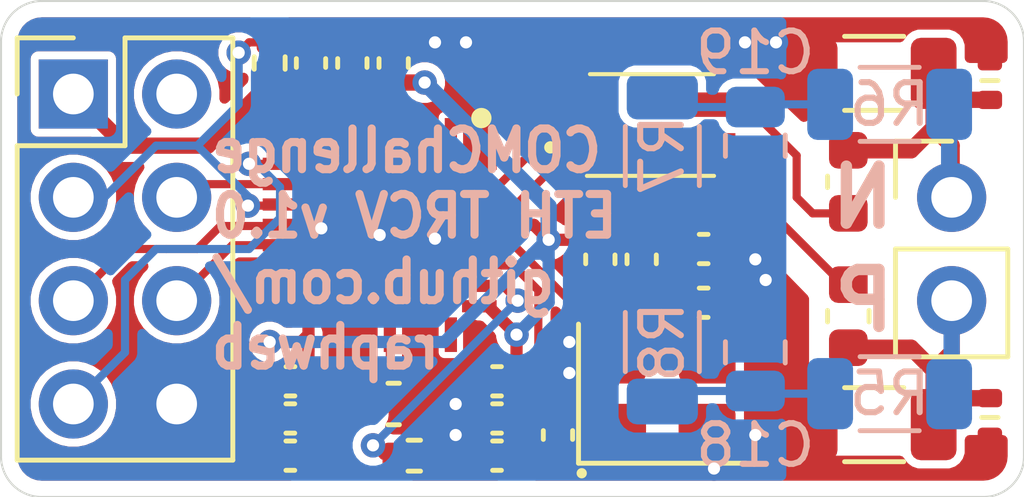
<source format=kicad_pcb>
(kicad_pcb (version 20241229) (generator "pcbnew") (generator_version "9.0")
  (title_block (title "ETHBoard") (date "2026-01-21") (rev "1.0") (company "RaphWeb"))
  (layers (0 "F.Cu" signal) (2 "B.Cu" signal) (13 "F.Paste" user) (15 "B.Paste" user) (5 "F.SilkS" user "F.Silkscreen") (7 "B.SilkS" user "B.Silkscreen") (1 "F.Mask" user) (3 "B.Mask" user) (25 "Edge.Cuts" user))
  (net 0 "")
  (net 1 "Net-(U1-CCOMP)")
  (net 2 "GND")
  (net 3 "Net-(U1-XTI)")
  (net 4 "Net-(U1-XTO)")
  (net 5 "3V3")
  (net 6 "/T1S_d-")
  (net 7 "/T1S_d+")
  (net 8 "CS_N")
  (net 9 "MISO")
  (net 10 "SCLK")
  (net 11 "IRQ_N")
  (net 12 "MOSI")
  (net 13 "Net-(U1-RBIAS)")
  (net 14 "TRXN")
  (net 15 "TRXP")
  (net 21 "Net-(C16-Pad1)")
  (net 22 "Net-(C17-Pad1)")
  (net 23 "Net-(C18-Pad2)")
  (net 24 "Net-(C19-Pad2)")
  (footprint "Capacitor_SMD:C_0402_1005Metric" (layer "F.Cu") (at 88.392 57.15 -90)
    (property "Reference" "C4" (hide yes))
    (property "Value" "10nF" (hide yes))
    (fp_line (start -0.107836 0.36) (end 0.107836 0.36) (stroke (width 0.12)) (layer "F.SilkS"))
    (fp_line (start -0.107836 -0.36) (end 0.107836 -0.36) (stroke (width 0.12)) (layer "F.SilkS"))
    (pad "1" smd roundrect (at -0.48 0 270) (size 0.56 0.62) (layers "F.Cu" "F.Mask" "F.Paste") (net 5 "3V3"))
    (pad "2" smd roundrect (at 0.48 0 270) (size 0.56 0.62) (layers "F.Cu" "F.Mask" "F.Paste") (net 2 "GND"))
  )
  (footprint "Capacitor_SMD:C_0402_1005Metric" (layer "F.Cu") (at 90.932 56.896)
    (property "Reference" "C6" (hide yes))
    (property "Value" "10uF" (hide yes))
    (fp_line (start -0.107836 -0.36) (end 0.107836 -0.36) (stroke (width 0.12)) (layer "F.SilkS"))
    (fp_line (start -0.107836 0.36) (end 0.107836 0.36) (stroke (width 0.12)) (layer "F.SilkS"))
    (pad "1" smd roundrect (at -0.48 0) (size 0.56 0.62) (layers "F.Cu" "F.Mask" "F.Paste") (net 5 "3V3"))
    (pad "2" smd roundrect (at 0.48 0) (size 0.56 0.62) (layers "F.Cu" "F.Mask" "F.Paste") (net 2 "GND"))
  )
  (footprint "Capacitor_SMD:C_0402_1005Metric" (layer "F.Cu") (at 81.28 52.324 90)
    (property "Reference" "C8" (hide yes))
    (property "Value" "100nF" (hide yes))
    (fp_line (start -0.107836 -0.36) (end 0.107836 -0.36) (stroke (width 0.12)) (layer "F.SilkS"))
    (fp_line (start -0.107836 0.36) (end 0.107836 0.36) (stroke (width 0.12)) (layer "F.SilkS"))
    (pad "1" smd roundrect (at -0.48 0 90) (size 0.56 0.62) (layers "F.Cu" "F.Mask" "F.Paste") (net 5 "3V3"))
    (pad "2" smd roundrect (at 0.48 0 90) (size 0.56 0.62) (layers "F.Cu" "F.Mask" "F.Paste") (net 2 "GND"))
  )
  (footprint "Capacitor_SMD:C_0603_1608Metric" (layer "F.Cu") (at 94.488 55.245 90)
    (property "Reference" "C16" (hide yes))
    (property "Value" "100nF" (hide yes))
    (fp_line (start -0.14058 -0.51) (end 0.14058 -0.51) (stroke (width 0.12)) (layer "F.SilkS"))
    (fp_line (start -0.14058 0.51) (end 0.14058 0.51) (stroke (width 0.12)) (layer "F.SilkS"))
    (pad "1" smd roundrect (at -0.775 0 90) (size 0.9 0.95) (layers "F.Cu" "F.Mask" "F.Paste") (net 21 "Net-(C16-Pad1)"))
    (pad "2" smd roundrect (at 0.775 0 90) (size 0.9 0.95) (layers "F.Cu" "F.Mask" "F.Paste") (net 6 "/T1S_d-"))
  )
  (footprint "LIB_AVRH10C221KT1R5YA8:RESC1005X55N" (layer "F.Cu") (at 97.9678 61.0362 -90)
    (property "Reference" "RV1" (hide yes))
    (property "Value" "AVRH10C221KT1R5YA8" (hide yes))
    (fp_line (start 0 -0.2) (end 0 0.2) (stroke (width 0.12)) (layer "F.SilkS"))
    (pad "1" smd roundrect (at -0.475 0 270) (size 0.45 0.6) (layers "F.Cu" "F.Mask" "F.Paste") (net 7 "/T1S_d+"))
    (pad "2" smd roundrect (at 0.475 0 270) (size 0.45 0.6) (layers "F.Cu" "F.Mask" "F.Paste") (net 2 "GND"))
  )
  (footprint "Capacitor_SMD:C_0603_1608Metric" (layer "F.Cu") (at 94.488 58.547 -90)
    (property "Reference" "C17" (hide yes))
    (property "Value" "100nF" (hide yes))
    (fp_line (start -0.14058 0.51) (end 0.14058 0.51) (stroke (width 0.12)) (layer "F.SilkS"))
    (fp_line (start -0.14058 -0.51) (end 0.14058 -0.51) (stroke (width 0.12)) (layer "F.SilkS"))
    (pad "1" smd roundrect (at -0.775 0 270) (size 0.9 0.95) (layers "F.Cu" "F.Mask" "F.Paste") (net 22 "Net-(C17-Pad1)"))
    (pad "2" smd roundrect (at 0.775 0 270) (size 0.9 0.95) (layers "F.Cu" "F.Mask" "F.Paste") (net 7 "/T1S_d+"))
  )
  (footprint "Capacitor_SMD:C_0603_1608Metric" (layer "F.Cu") (at 83.312 60.706)
    (property "Reference" "C1" (hide yes))
    (property "Value" "4.7uF" (hide yes))
    (fp_line (start -0.14058 -0.51) (end 0.14058 -0.51) (stroke (width 0.12)) (layer "F.SilkS"))
    (fp_line (start -0.14058 0.51) (end 0.14058 0.51) (stroke (width 0.12)) (layer "F.SilkS"))
    (pad "1" smd roundrect (at -0.775 0) (size 0.9 0.95) (layers "F.Cu" "F.Mask" "F.Paste") (net 1 "Net-(U1-CCOMP)"))
    (pad "2" smd roundrect (at 0.775 0) (size 0.9 0.95) (layers "F.Cu" "F.Mask" "F.Paste") (net 2 "GND"))
  )
  (footprint "LIB_LAN8651B1-E_LMX:QFN50P500X500X100-33N-D" (layer "F.Cu") (at 82.968 56.552 -90)
    (property "Reference" "U1" (hide yes))
    (property "Value" "LAN8651B1-E_LMX" (hide yes))
    (fp_circle (center -2.875 -2.5) (end -2.875 -2.375) (stroke (width 0.25)) (fill no) (layer "F.SilkS"))
    (pad "1" smd rect (at -2.45 -1.75) (size 0.3 0.85) (layers "F.Cu" "F.Mask" "F.Paste"))
    (pad "2" smd rect (at -2.45 -1.25) (size 0.3 0.85) (layers "F.Cu" "F.Mask" "F.Paste") (net 2 "GND"))
    (pad "3" smd rect (at -2.45 -0.75) (size 0.3 0.85) (layers "F.Cu" "F.Mask" "F.Paste") (net 2 "GND"))
    (pad "4" smd rect (at -2.45 -0.25) (size 0.3 0.85) (layers "F.Cu" "F.Mask" "F.Paste") (net 5 "3V3"))
    (pad "5" smd rect (at -2.45 0.25) (size 0.3 0.85) (layers "F.Cu" "F.Mask" "F.Paste") (net 2 "GND"))
    (pad "6" smd rect (at -2.45 0.75) (size 0.3 0.85) (layers "F.Cu" "F.Mask" "F.Paste"))
    (pad "7" smd rect (at -2.45 1.25) (size 0.3 0.85) (layers "F.Cu" "F.Mask" "F.Paste") (net 5 "3V3"))
    (pad "8" smd rect (at -2.45 1.75) (size 0.3 0.85) (layers "F.Cu" "F.Mask" "F.Paste") (net 5 "3V3"))
    (pad "9" smd rect (at -1.75 2.45 270) (size 0.3 0.85) (layers "F.Cu" "F.Mask" "F.Paste") (net 11 "IRQ_N"))
    (pad "10" smd rect (at -1.25 2.45 270) (size 0.3 0.85) (layers "F.Cu" "F.Mask" "F.Paste") (net 9 "MISO"))
    (pad "11" smd rect (at -0.75 2.45 270) (size 0.3 0.85) (layers "F.Cu" "F.Mask" "F.Paste") (net 8 "CS_N"))
    (pad "12" smd rect (at -0.25 2.45 270) (size 0.3 0.85) (layers "F.Cu" "F.Mask" "F.Paste") (net 10 "SCLK"))
    (pad "13" smd rect (at 0.25 2.45 270) (size 0.3 0.85) (layers "F.Cu" "F.Mask" "F.Paste") (net 12 "MOSI"))
    (pad "14" smd rect (at 0.75 2.45 270) (size 0.3 0.85) (layers "F.Cu" "F.Mask" "F.Paste") (net 2 "GND"))
    (pad "15" smd rect (at 1.25 2.45 270) (size 0.3 0.85) (layers "F.Cu" "F.Mask" "F.Paste"))
    (pad "16" smd rect (at 1.75 2.45 270) (size 0.3 0.85) (layers "F.Cu" "F.Mask" "F.Paste") (net 2 "GND"))
    (pad "17" smd rect (at 2.45 1.75) (size 0.3 0.85) (layers "F.Cu" "F.Mask" "F.Paste") (net 5 "3V3"))
    (pad "18" smd rect (at 2.45 1.25) (size 0.3 0.85) (layers "F.Cu" "F.Mask" "F.Paste") (net 2 "GND"))
    (pad "19" smd rect (at 2.45 0.75) (size 0.3 0.85) (layers "F.Cu" "F.Mask" "F.Paste") (net 2 "GND"))
    (pad "20" smd rect (at 2.45 0.25) (size 0.3 0.85) (layers "F.Cu" "F.Mask" "F.Paste") (net 2 "GND"))
    (pad "21" smd rect (at 2.45 -0.25) (size 0.3 0.85) (layers "F.Cu" "F.Mask" "F.Paste") (net 1 "Net-(U1-CCOMP)"))
    (pad "22" smd rect (at 2.45 -0.75) (size 0.3 0.85) (layers "F.Cu" "F.Mask" "F.Paste") (net 2 "GND"))
    (pad "23" smd rect (at 2.45 -1.25) (size 0.3 0.85) (layers "F.Cu" "F.Mask" "F.Paste") (net 2 "GND"))
    (pad "24" smd rect (at 2.45 -1.75) (size 0.3 0.85) (layers "F.Cu" "F.Mask" "F.Paste"))
    (pad "25" smd rect (at 1.75 -2.45 270) (size 0.3 0.85) (layers "F.Cu" "F.Mask" "F.Paste") (net 5 "3V3"))
    (pad "26" smd rect (at 1.25 -2.45 270) (size 0.3 0.85) (layers "F.Cu" "F.Mask" "F.Paste") (net 13 "Net-(U1-RBIAS)"))
    (pad "27" smd rect (at 0.75 -2.45 270) (size 0.3 0.85) (layers "F.Cu" "F.Mask" "F.Paste") (net 3 "Net-(U1-XTI)"))
    (pad "28" smd rect (at 0.25 -2.45 270) (size 0.3 0.85) (layers "F.Cu" "F.Mask" "F.Paste") (net 4 "Net-(U1-XTO)"))
    (pad "29" smd rect (at -0.25 -2.45 270) (size 0.3 0.85) (layers "F.Cu" "F.Mask" "F.Paste") (net 5 "3V3"))
    (pad "30" smd rect (at -0.75 -2.45 270) (size 0.3 0.85) (layers "F.Cu" "F.Mask" "F.Paste") (net 15 "TRXP"))
    (pad "31" smd rect (at -1.25 -2.45 270) (size 0.3 0.85) (layers "F.Cu" "F.Mask" "F.Paste") (net 14 "TRXN"))
    (pad "32" smd rect (at -1.75 -2.45 270) (size 0.3 0.85) (layers "F.Cu" "F.Mask" "F.Paste") (net 2 "GND"))
    (pad "33" smd rect (at 0 0 270) (size 3.5 3.5) (layers "F.Cu" "F.Mask" "F.Paste") (net 2 "GND"))
  )
  (footprint "Capacitor_SMD:C_0402_1005Metric" (layer "F.Cu") (at 90.932 58.2168)
    (property "Reference" "C3" (hide yes))
    (property "Value" "10pF" (hide yes))
    (fp_line (start -0.107836 -0.36) (end 0.107836 -0.36) (stroke (width 0.12)) (layer "F.SilkS"))
    (fp_line (start -0.107836 0.36) (end 0.107836 0.36) (stroke (width 0.12)) (layer "F.SilkS"))
    (pad "1" smd roundrect (at -0.48 0) (size 0.56 0.62) (layers "F.Cu" "F.Mask" "F.Paste") (net 4 "Net-(U1-XTO)"))
    (pad "2" smd roundrect (at 0.48 0) (size 0.56 0.62) (layers "F.Cu" "F.Mask" "F.Paste") (net 2 "GND"))
  )
  (footprint "Capacitor_SMD:C_0402_1005Metric" (layer "F.Cu") (at 87.3506 61.468 90)
    (property "Reference" "C2" (hide yes))
    (property "Value" "10pF" (hide yes))
    (fp_line (start -0.107836 -0.36) (end 0.107836 -0.36) (stroke (width 0.12)) (layer "F.SilkS"))
    (fp_line (start -0.107836 0.36) (end 0.107836 0.36) (stroke (width 0.12)) (layer "F.SilkS"))
    (pad "1" smd roundrect (at -0.48 0 90) (size 0.56 0.62) (layers "F.Cu" "F.Mask" "F.Paste") (net 2 "GND"))
    (pad "2" smd roundrect (at 0.48 0 90) (size 0.56 0.62) (layers "F.Cu" "F.Mask" "F.Paste") (net 3 "Net-(U1-XTI)"))
  )
  (footprint "Resistor_SMD:R_1206_3216Metric" (layer "F.Cu") (at 95.123 52.578)
    (property "Reference" "R4" (hide yes))
    (property "Value" "10kΩ" (hide yes))
    (fp_line (start -0.727064 -0.91) (end 0.727064 -0.91) (stroke (width 0.12)) (layer "F.SilkS"))
    (fp_line (start -0.727064 0.91) (end 0.727064 0.91) (stroke (width 0.12)) (layer "F.SilkS"))
    (pad "1" smd roundrect (at -1.4625 0) (size 1.125 1.75) (layers "F.Cu" "F.Mask" "F.Paste") (roundrect_rratio 0.222222) (net 2 "GND"))
    (pad "2" smd roundrect (at 1.4625 0) (size 1.125 1.75) (layers "F.Cu" "F.Mask" "F.Paste") (roundrect_rratio 0.222222) (net 6 "/T1S_d-"))
  )
  (footprint "Capacitor_SMD:C_0402_1005Metric" (layer "F.Cu") (at 80.772 61.0616 180)
    (property "Reference" "C11" (hide yes))
    (property "Value" "100nF" (hide yes))
    (fp_line (start -0.107836 0.36) (end 0.107836 0.36) (stroke (width 0.12)) (layer "F.SilkS"))
    (fp_line (start -0.107836 -0.36) (end 0.107836 -0.36) (stroke (width 0.12)) (layer "F.SilkS"))
    (pad "1" smd roundrect (at -0.48 0 180) (size 0.56 0.62) (layers "F.Cu" "F.Mask" "F.Paste") (net 5 "3V3"))
    (pad "2" smd roundrect (at 0.48 0 180) (size 0.56 0.62) (layers "F.Cu" "F.Mask" "F.Paste") (net 2 "GND"))
  )
  (footprint "Capacitor_SMD:C_0402_1005Metric" (layer "F.Cu") (at 89.408 57.15 -90)
    (property "Reference" "C5" (hide yes))
    (property "Value" "100nF" (hide yes))
    (fp_line (start -0.107836 0.36) (end 0.107836 0.36) (stroke (width 0.12)) (layer "F.SilkS"))
    (fp_line (start -0.107836 -0.36) (end 0.107836 -0.36) (stroke (width 0.12)) (layer "F.SilkS"))
    (pad "1" smd roundrect (at -0.48 0 270) (size 0.56 0.62) (layers "F.Cu" "F.Mask" "F.Paste") (net 5 "3V3"))
    (pad "2" smd roundrect (at 0.48 0 270) (size 0.56 0.62) (layers "F.Cu" "F.Mask" "F.Paste") (net 2 "GND"))
  )
  (footprint "Resistor_SMD:R_1206_3216Metric" (layer "F.Cu") (at 95.123 61.214 180)
    (property "Reference" "R3" (hide yes))
    (property "Value" "10kΩ" (hide yes))
    (fp_line (start -0.727064 0.91) (end 0.727064 0.91) (stroke (width 0.12)) (layer "F.SilkS"))
    (fp_line (start -0.727064 -0.91) (end 0.727064 -0.91) (stroke (width 0.12)) (layer "F.SilkS"))
    (pad "1" smd roundrect (at -1.4625 0 180) (size 1.125 1.75) (layers "F.Cu" "F.Mask" "F.Paste") (roundrect_rratio 0.222222) (net 7 "/T1S_d+"))
    (pad "2" smd roundrect (at 1.4625 0 180) (size 1.125 1.75) (layers "F.Cu" "F.Mask" "F.Paste") (roundrect_rratio 0.222222) (net 2 "GND"))
  )
  (footprint "Resistor_SMD:R_0402_1005Metric" (layer "F.Cu") (at 83.818 61.976)
    (property "Reference" "R1" (hide yes))
    (property "Value" "12.4kΩ" (hide yes))
    (fp_line (start -0.153641 -0.38) (end 0.153641 -0.38) (stroke (width 0.12)) (layer "F.SilkS"))
    (fp_line (start -0.153641 0.38) (end 0.153641 0.38) (stroke (width 0.12)) (layer "F.SilkS"))
    (pad "1" smd roundrect (at -0.51 0) (size 0.54 0.64) (layers "F.Cu" "F.Mask" "F.Paste") (net 13 "Net-(U1-RBIAS)"))
    (pad "2" smd roundrect (at 0.51 0) (size 0.54 0.64) (layers "F.Cu" "F.Mask" "F.Paste") (net 2 "GND"))
  )
  (footprint "Crystal:Crystal_SMD_3225-4Pin_3.2x2.5mm" (layer "F.Cu") (at 89.916 60.452)
    (property "Reference" "Y1" (hide yes))
    (property "Value" "X322525MOB4SI" (hide yes))
    (fp_line (start -2.06 -1.71) (end -2.06 1.71) (stroke (width 0.12)) (layer "F.SilkS"))
    (fp_line (start -2.06 1.71) (end 2.06 1.71) (stroke (width 0.12)) (layer "F.SilkS"))
    (pad "1" smd roundrect (at -1.1 0.85) (size 1.4 1.2) (layers "F.Cu" "F.Mask" "F.Paste") (roundrect_rratio 0.208333) (net 3 "Net-(U1-XTI)"))
    (pad "2" smd roundrect (at 1.1 0.85) (size 1.4 1.2) (layers "F.Cu" "F.Mask" "F.Paste") (roundrect_rratio 0.208333) (net 2 "GND"))
    (pad "3" smd roundrect (at 1.1 -0.85) (size 1.4 1.2) (layers "F.Cu" "F.Mask" "F.Paste") (roundrect_rratio 0.208333) (net 4 "Net-(U1-XTO)"))
    (pad "4" smd roundrect (at -1.1 -0.85) (size 1.4 1.2) (layers "F.Cu" "F.Mask" "F.Paste") (roundrect_rratio 0.208333) (net 2 "GND"))
  )
  (footprint "Capacitor_SMD:C_0402_1005Metric" (layer "F.Cu") (at 85.852 60.1472 180)
    (property "Reference" "C13" (hide yes))
    (property "Value" "10nF" (hide yes))
    (fp_line (start -0.107836 0.36) (end 0.107836 0.36) (stroke (width 0.12)) (layer "F.SilkS"))
    (fp_line (start -0.107836 -0.36) (end 0.107836 -0.36) (stroke (width 0.12)) (layer "F.SilkS"))
    (pad "1" smd roundrect (at -0.48 0 180) (size 0.56 0.62) (layers "F.Cu" "F.Mask" "F.Paste") (net 5 "3V3"))
    (pad "2" smd roundrect (at 0.48 0 180) (size 0.56 0.62) (layers "F.Cu" "F.Mask" "F.Paste") (net 2 "GND"))
  )
  (footprint "Capacitor_SMD:C_0402_1005Metric" (layer "F.Cu") (at 83.312 52.324 90)
    (property "Reference" "C9" (hide yes))
    (property "Value" "10uF" (hide yes))
    (fp_line (start -0.107836 -0.36) (end 0.107836 -0.36) (stroke (width 0.12)) (layer "F.SilkS"))
    (fp_line (start -0.107836 0.36) (end 0.107836 0.36) (stroke (width 0.12)) (layer "F.SilkS"))
    (pad "1" smd roundrect (at -0.48 0 90) (size 0.56 0.62) (layers "F.Cu" "F.Mask" "F.Paste") (net 5 "3V3"))
    (pad "2" smd roundrect (at 0.48 0 90) (size 0.56 0.62) (layers "F.Cu" "F.Mask" "F.Paste") (net 2 "GND"))
  )
  (footprint "LIB_AVRH10C221KT1R5YA8:RESC1005X55N" (layer "F.Cu") (at 97.9678 52.7558 90)
    (property "Reference" "RV2" (hide yes))
    (property "Value" "AVRH10C221KT1R5YA8" (hide yes))
    (fp_line (start 0 -0.2) (end 0 0.2) (stroke (width 0.12)) (layer "F.SilkS"))
    (pad "1" smd roundrect (at -0.475 0 90) (size 0.45 0.6) (layers "F.Cu" "F.Mask" "F.Paste") (net 6 "/T1S_d-"))
    (pad "2" smd roundrect (at 0.475 0 90) (size 0.45 0.6) (layers "F.Cu" "F.Mask" "F.Paste") (net 2 "GND"))
  )
  (footprint "Capacitor_SMD:C_0402_1005Metric" (layer "F.Cu") (at 80.772 61.976 180)
    (property "Reference" "C12" (hide yes))
    (property "Value" "10uF" (hide yes))
    (fp_line (start -0.107836 0.36) (end 0.107836 0.36) (stroke (width 0.12)) (layer "F.SilkS"))
    (fp_line (start -0.107836 -0.36) (end 0.107836 -0.36) (stroke (width 0.12)) (layer "F.SilkS"))
    (pad "1" smd roundrect (at -0.48 0 180) (size 0.56 0.62) (layers "F.Cu" "F.Mask" "F.Paste") (net 5 "3V3"))
    (pad "2" smd roundrect (at 0.48 0 180) (size 0.56 0.62) (layers "F.Cu" "F.Mask" "F.Paste") (net 2 "GND"))
  )
  (footprint "LIB_DLW32MH201XK2L:DLW32MH101XK2L" (layer "F.Cu") (at 89.662 53.848 180)
    (property "Reference" "FL1" (hide yes))
    (property "Value" "DLW32MH201XK2L" (hide yes))
    (fp_line (start 1.6 -1.25) (end -1.525 -1.25) (stroke (width 0.1)) (layer "F.SilkS"))
    (fp_line (start 1.525 1.25) (end -1.525 1.25) (stroke (width 0.1)) (layer "F.SilkS"))
    (fp_arc (start 2.5 -0.5) (mid 2.45 -0.55) (end 2.5 -0.6) (stroke (width 0.2)) (layer "F.SilkS"))
    (fp_arc (start 2.5 -0.6) (mid 2.55 -0.55) (end 2.5 -0.5) (stroke (width 0.2)) (layer "F.SilkS"))
    (pad "1" smd rect (at 1.525 -0.5 270) (size 0.6 1.05) (layers "F.Cu" "F.Mask" "F.Paste") (net 15 "TRXP"))
    (pad "2" smd rect (at -1.525 -0.5 270) (size 0.6 1.05) (layers "F.Cu" "F.Mask" "F.Paste") (net 22 "Net-(C17-Pad1)"))
    (pad "3" smd rect (at -1.525 0.5 270) (size 0.6 1.05) (layers "F.Cu" "F.Mask" "F.Paste") (net 21 "Net-(C16-Pad1)"))
    (pad "4" smd rect (at 1.525 0.5 270) (size 0.6 1.05) (layers "F.Cu" "F.Mask" "F.Paste") (net 14 "TRXN"))
  )
  (footprint "Capacitor_SMD:C_0402_1005Metric" (layer "F.Cu") (at 82.296 52.324 90)
    (property "Reference" "C7" (hide yes))
    (property "Value" "10nF" (hide yes))
    (fp_line (start -0.107836 -0.36) (end 0.107836 -0.36) (stroke (width 0.12)) (layer "F.SilkS"))
    (fp_line (start -0.107836 0.36) (end 0.107836 0.36) (stroke (width 0.12)) (layer "F.SilkS"))
    (pad "1" smd roundrect (at -0.48 0 90) (size 0.56 0.62) (layers "F.Cu" "F.Mask" "F.Paste") (net 5 "3V3"))
    (pad "2" smd roundrect (at 0.48 0 90) (size 0.56 0.62) (layers "F.Cu" "F.Mask" "F.Paste") (net 2 "GND"))
  )
  (footprint "Capacitor_SMD:C_0402_1005Metric" (layer "F.Cu") (at 85.852 61.976 180)
    (property "Reference" "C15" (hide yes))
    (property "Value" "10uF" (hide yes))
    (fp_line (start -0.107836 0.36) (end 0.107836 0.36) (stroke (width 0.12)) (layer "F.SilkS"))
    (fp_line (start -0.107836 -0.36) (end 0.107836 -0.36) (stroke (width 0.12)) (layer "F.SilkS"))
    (pad "1" smd roundrect (at -0.48 0 180) (size 0.56 0.62) (layers "F.Cu" "F.Mask" "F.Paste") (net 5 "3V3"))
    (pad "2" smd roundrect (at 0.48 0 180) (size 0.56 0.62) (layers "F.Cu" "F.Mask" "F.Paste") (net 2 "GND"))
  )
  (footprint "Connector_PinHeader_2.54mm:PinHeader_2x04_P2.54mm_Vertical" (layer "F.Cu") (at 75.438 53.086)
    (property "Reference" "J1" (hide yes))
    (property "Value" "Conn_02x04_Odd_Even" (hide yes))
    (fp_line (start -1.38 -1.38) (end 0 -1.38) (stroke (width 0.12)) (layer "F.SilkS"))
    (fp_line (start -1.38 0) (end -1.38 -1.38) (stroke (width 0.12)) (layer "F.SilkS"))
    (fp_line (start -1.38 1.27) (end -1.38 9) (stroke (width 0.12)) (layer "F.SilkS"))
    (fp_line (start -1.38 1.27) (end 1.27 1.27) (stroke (width 0.12)) (layer "F.SilkS"))
    (fp_line (start -1.38 9) (end 3.92 9) (stroke (width 0.12)) (layer "F.SilkS"))
    (fp_line (start 1.27 -1.38) (end 3.92 -1.38) (stroke (width 0.12)) (layer "F.SilkS"))
    (fp_line (start 1.27 1.27) (end 1.27 -1.38) (stroke (width 0.12)) (layer "F.SilkS"))
    (fp_line (start 3.92 -1.38) (end 3.92 9) (stroke (width 0.12)) (layer "F.SilkS"))
    (pad "1" thru_hole rect (at 0 0) (size 1.7 1.7) (drill 1) (layers "*.Cu" "*.Mask") (net 5 "3V3"))
    (pad "2" thru_hole circle (at 2.54 0) (size 1.7 1.7) (drill 1) (layers "*.Cu" "*.Mask"))
    (pad "3" thru_hole circle (at 0 2.54) (size 1.7 1.7) (drill 1) (layers "*.Cu" "*.Mask") (net 8 "CS_N"))
    (pad "4" thru_hole circle (at 2.54 2.54) (size 1.7 1.7) (drill 1) (layers "*.Cu" "*.Mask") (net 9 "MISO"))
    (pad "5" thru_hole circle (at 0 5.08) (size 1.7 1.7) (drill 1) (layers "*.Cu" "*.Mask") (net 10 "SCLK"))
    (pad "6" thru_hole circle (at 2.54 5.08) (size 1.7 1.7) (drill 1) (layers "*.Cu" "*.Mask") (net 12 "MOSI"))
    (pad "7" thru_hole circle (at 0 7.62) (size 1.7 1.7) (drill 1) (layers "*.Cu" "*.Mask") (net 11 "IRQ_N"))
    (pad "8" thru_hole circle (at 2.54 7.62) (size 1.7 1.7) (drill 1) (layers "*.Cu" "*.Mask") (net 2 "GND"))
  )
  (footprint "Resistor_SMD:R_0402_1005Metric" (layer "F.Cu") (at 80.264 52.324 -90)
    (property "Reference" "R2" (hide yes))
    (property "Value" "10kΩ" (hide yes))
    (fp_line (start -0.153641 0.38) (end 0.153641 0.38) (stroke (width 0.12)) (layer "F.SilkS"))
    (fp_line (start -0.153641 -0.38) (end 0.153641 -0.38) (stroke (width 0.12)) (layer "F.SilkS"))
    (pad "1" smd roundrect (at -0.51 0 270) (size 0.54 0.64) (layers "F.Cu" "F.Mask" "F.Paste") (net 8 "CS_N"))
    (pad "2" smd roundrect (at 0.51 0 270) (size 0.54 0.64) (layers "F.Cu" "F.Mask" "F.Paste") (net 5 "3V3"))
  )
  (footprint "Capacitor_SMD:C_0402_1005Metric" (layer "F.Cu") (at 85.852 61.0616 180)
    (property "Reference" "C14" (hide yes))
    (property "Value" "100nF" (hide yes))
    (fp_line (start -0.107836 0.36) (end 0.107836 0.36) (stroke (width 0.12)) (layer "F.SilkS"))
    (fp_line (start -0.107836 -0.36) (end 0.107836 -0.36) (stroke (width 0.12)) (layer "F.SilkS"))
    (pad "1" smd roundrect (at -0.48 0 180) (size 0.56 0.62) (layers "F.Cu" "F.Mask" "F.Paste") (net 5 "3V3"))
    (pad "2" smd roundrect (at 0.48 0 180) (size 0.56 0.62) (layers "F.Cu" "F.Mask" "F.Paste") (net 2 "GND"))
  )
  (footprint "Connector_PinHeader_2.54mm:PinHeader_1x02_P2.54mm_Vertical" (layer "F.Cu") (at 97.028 55.626)
    (property "Reference" "J2" (hide yes))
    (property "Value" "Conn_01x02_Pin" (hide yes))
    (fp_line (start -1.38 -1.38) (end 0 -1.38) (stroke (width 0.12)) (layer "F.SilkS"))
    (fp_line (start -1.38 0) (end -1.38 -1.38) (stroke (width 0.12)) (layer "F.SilkS"))
    (fp_line (start -1.38 1.27) (end -1.38 3.92) (stroke (width 0.12)) (layer "F.SilkS"))
    (fp_line (start -1.38 1.27) (end 1.38 1.27) (stroke (width 0.12)) (layer "F.SilkS"))
    (fp_line (start -1.38 3.92) (end 1.38 3.92) (stroke (width 0.12)) (layer "F.SilkS"))
    (fp_line (start 1.38 1.27) (end 1.38 3.92) (stroke (width 0.12)) (layer "F.SilkS"))
    (pad "1" thru_hole oval (at 0 0) (size 1.7 1.7) (drill 1) (layers "*.Cu" "*.Mask") (net 6 "/T1S_d-"))
    (pad "2" thru_hole circle (at 0 2.54) (size 1.7 1.7) (drill 1) (layers "*.Cu" "*.Mask") (net 7 "/T1S_d+"))
  )
  (footprint "Capacitor_SMD:C_0402_1005Metric" (layer "F.Cu") (at 80.7746 60.1472 180)
    (property "Reference" "C10" (hide yes))
    (property "Value" "10nF" (hide yes))
    (fp_line (start -0.107836 0.36) (end 0.107836 0.36) (stroke (width 0.12)) (layer "F.SilkS"))
    (fp_line (start -0.107836 -0.36) (end 0.107836 -0.36) (stroke (width 0.12)) (layer "F.SilkS"))
    (pad "1" smd roundrect (at -0.48 0 180) (size 0.56 0.62) (layers "F.Cu" "F.Mask" "F.Paste") (net 5 "3V3"))
    (pad "2" smd roundrect (at 0.48 0 180) (size 0.56 0.62) (layers "F.Cu" "F.Mask" "F.Paste") (net 2 "GND"))
  )
  (footprint "Capacitor_SMD:C_0805_2012Metric" (layer "B.Cu") (at 92.202 54.356 90)
    (property "Reference" "C19" (at 2.286 0 0) (layer "B.SilkS") (effects (justify mirror)))
    (property "Value" "220nF" (hide yes))
    (fp_line (start -0.261252 -0.735) (end 0.261252 -0.735) (stroke (width 0.12)) (layer "B.SilkS"))
    (fp_line (start -0.261252 0.735) (end 0.261252 0.735) (stroke (width 0.12)) (layer "B.SilkS"))
    (pad "1" smd roundrect (at -0.95 0 90) (size 1 1.45) (layers "B.Cu" "B.Mask" "B.Paste") (net 2 "GND"))
    (pad "2" smd roundrect (at 0.95 0 90) (size 1 1.45) (layers "B.Cu" "B.Mask" "B.Paste") (net 24 "Net-(C19-Pad2)"))
  )
  (footprint "Resistor_SMD:R_1206_3216Metric" (layer "B.Cu") (at 89.916 59.182 90)
    (property "Reference" "R8" (at 0 0 90) (layer "B.SilkS") (effects (justify mirror)))
    (property "Value" "100kΩ" (hide yes))
    (fp_line (start -0.727064 -0.91) (end 0.727064 -0.91) (stroke (width 0.12)) (layer "B.SilkS"))
    (fp_line (start -0.727064 0.91) (end 0.727064 0.91) (stroke (width 0.12)) (layer "B.SilkS"))
    (pad "1" smd roundrect (at -1.4625 0 90) (size 1.125 1.75) (layers "B.Cu" "B.Mask" "B.Paste") (roundrect_rratio 0.222222) (net 23 "Net-(C18-Pad2)"))
    (pad "2" smd roundrect (at 1.4625 0 90) (size 1.125 1.75) (layers "B.Cu" "B.Mask" "B.Paste") (roundrect_rratio 0.222222) (net 2 "GND"))
  )
  (footprint "Resistor_SMD:R_1206_3216Metric" (layer "B.Cu") (at 95.504 53.34)
    (property "Reference" "R6" (at 0 0 0) (layer "B.SilkS") (effects (justify mirror)))
    (property "Value" "49.9Ω" (hide yes))
    (fp_line (start -0.727064 -0.91) (end 0.727064 -0.91) (stroke (width 0.12)) (layer "B.SilkS"))
    (fp_line (start -0.727064 0.91) (end 0.727064 0.91) (stroke (width 0.12)) (layer "B.SilkS"))
    (pad "1" smd roundrect (at -1.4625 0) (size 1.125 1.75) (layers "B.Cu" "B.Mask" "B.Paste") (roundrect_rratio 0.222222) (net 24 "Net-(C19-Pad2)"))
    (pad "2" smd roundrect (at 1.4625 0) (size 1.125 1.75) (layers "B.Cu" "B.Mask" "B.Paste") (roundrect_rratio 0.222222) (net 6 "/T1S_d-"))
  )
  (footprint "Capacitor_SMD:C_0805_2012Metric" (layer "B.Cu") (at 92.202 59.436 -90)
    (property "Reference" "C18" (at 2.286 0 0) (layer "B.SilkS") (effects (justify mirror)))
    (property "Value" "220nF" (hide yes))
    (fp_line (start -0.261252 0.735) (end 0.261252 0.735) (stroke (width 0.12)) (layer "B.SilkS"))
    (fp_line (start -0.261252 -0.735) (end 0.261252 -0.735) (stroke (width 0.12)) (layer "B.SilkS"))
    (pad "1" smd roundrect (at -0.95 0 270) (size 1 1.45) (layers "B.Cu" "B.Mask" "B.Paste") (net 2 "GND"))
    (pad "2" smd roundrect (at 0.95 0 270) (size 1 1.45) (layers "B.Cu" "B.Mask" "B.Paste") (net 23 "Net-(C18-Pad2)"))
  )
  (footprint "Resistor_SMD:R_1206_3216Metric" (layer "B.Cu") (at 89.916 54.61 90)
    (property "Reference" "R7" (at 0.0254 0 90) (layer "B.SilkS") (effects (justify mirror)))
    (property "Value" "100kΩ" (hide yes))
    (fp_line (start -0.727064 -0.91) (end 0.727064 -0.91) (stroke (width 0.12)) (layer "B.SilkS"))
    (fp_line (start -0.727064 0.91) (end 0.727064 0.91) (stroke (width 0.12)) (layer "B.SilkS"))
    (pad "1" smd roundrect (at -1.4625 0 90) (size 1.125 1.75) (layers "B.Cu" "B.Mask" "B.Paste") (roundrect_rratio 0.222222) (net 2 "GND"))
    (pad "2" smd roundrect (at 1.4625 0 90) (size 1.125 1.75) (layers "B.Cu" "B.Mask" "B.Paste") (roundrect_rratio 0.222222) (net 24 "Net-(C19-Pad2)"))
  )
  (footprint "Resistor_SMD:R_1206_3216Metric" (layer "B.Cu") (at 95.504 60.452 180)
    (property "Reference" "R5" (at 0 0 0) (layer "B.SilkS") (effects (justify mirror)))
    (property "Value" "49.9Ω" (hide yes))
    (fp_line (start -0.727064 0.91) (end 0.727064 0.91) (stroke (width 0.12)) (layer "B.SilkS"))
    (fp_line (start -0.727064 -0.91) (end 0.727064 -0.91) (stroke (width 0.12)) (layer "B.SilkS"))
    (pad "1" smd roundrect (at -1.4625 0 180) (size 1.125 1.75) (layers "B.Cu" "B.Mask" "B.Paste") (roundrect_rratio 0.222222) (net 7 "/T1S_d+"))
    (pad "2" smd roundrect (at 1.4625 0 180) (size 1.125 1.75) (layers "B.Cu" "B.Mask" "B.Paste") (roundrect_rratio 0.222222) (net 23 "Net-(C18-Pad2)"))
  )
  (gr_circle (center 87.9348 62.4078) (end 87.9348 62.3316) (stroke (width 0.1)) (fill yes) (layer "F.SilkS"))
  (gr_arc (start 97.806 50.8) (mid 98.513107 51.092893) (end 98.806 51.8) (stroke (width 0.05)) (layer "Edge.Cuts"))
  (gr_arc (start 73.66 51.8) (mid 73.952893 51.092893) (end 74.66 50.8) (stroke (width 0.05)) (layer "Edge.Cuts"))
  (gr_line (start 97.806 62.992) (end 74.66 62.992) (stroke (width 0.05)) (layer "Edge.Cuts"))
  (gr_arc (start 74.66 62.992) (mid 73.952893 62.699107) (end 73.66 61.992) (stroke (width 0.05)) (layer "Edge.Cuts"))
  (gr_line (start 98.806 51.8) (end 98.806 61.992) (stroke (width 0.05)) (layer "Edge.Cuts"))
  (gr_line (start 74.66 50.8) (end 97.806 50.8) (stroke (width 0.05)) (layer "Edge.Cuts"))
  (gr_line (start 73.66 61.992) (end 73.66 51.8) (stroke (width 0.05)) (layer "Edge.Cuts"))
  (gr_arc (start 98.806 61.992) (mid 98.513107 62.699107) (end 97.806 62.992) (stroke (width 0.05)) (layer "Edge.Cuts"))
  (gr_text "P" (at 95.758 58.166 0) (layer "B.SilkS") (effects (font (size 1.4 1.4) (thickness 0.28) (bold yes)) (justify left mirror)))
  (gr_text "N" (at 95.758 55.626 0) (layer "B.SilkS") (effects (font (size 1.4 1.4) (thickness 0.28) (bold yes)) (justify left mirror)))
  (gr_text "COMChallenge\nETH TRCV v1.0\ngithub.com/\nraphweb" (at 78.74 56.896 0) (layer "B.SilkS") (effects (font (size 1 0.9) (thickness 0.2) (bold yes)) (justify right mirror)))
  (segment (start 83.218 60.025) (end 82.537 60.706) (width 0.2) (layer "F.Cu") (net 1))
  (segment (start 83.218 59.002) (end 83.218 60.025) (width 0.2) (layer "F.Cu") (net 1))
  (segment (start 91.186 62.292) (end 91.186 61.472) (width 0.35) (layer "F.Cu") (net 2))
  (segment (start 88.816 59.602) (end 88.474 59.944) (width 0.2) (layer "F.Cu") (net 2))
  (segment (start 92.202 61.468) (end 91.182 61.468) (width 0.35) (layer "F.Cu") (net 2))
  (segment (start 91.182 61.468) (end 91.016 61.302) (width 0.35) (layer "F.Cu") (net 2))
  (segment (start 88.816 59.602) (end 88.396 59.182) (width 0.2) (layer "F.Cu") (net 2))
  (segment (start 91.186 61.472) (end 91.016 61.302) (width 0.35) (layer "F.Cu") (net 2))
  (segment (start 88.474 59.944) (end 87.63 59.944) (width 0.35) (layer "F.Cu") (net 2))
  (segment (start 88.396 59.182) (end 87.63 59.182) (width 0.35) (layer "F.Cu") (net 2))
  (via (at 92.202 57.15) (size 0.6) (drill 0.3) (layers "F.Cu" "B.Cu") (net 2))
  (via (at 92.71 51.816) (size 0.6) (drill 0.3) (layers "F.Cu" "B.Cu") (net 2))
  (via (at 91.186 62.292) (size 0.6) (drill 0.3) (layers "F.Cu" "B.Cu") (net 2))
  (via (at 91.948 51.816) (size 0.6) (drill 0.3) (layers "F.Cu" "B.Cu") (net 2))
  (via (at 84.836 61.468) (size 0.6) (drill 0.3) (layers "F.Cu" "B.Cu") (net 2))
  (via (at 92.202 61.468) (size 0.6) (drill 0.3) (layers "F.Cu" "B.Cu") (net 2))
  (via (at 87.63 59.944) (size 0.6) (drill 0.3) (layers "F.Cu" "B.Cu") (net 2))
  (via (at 84.328 56.642) (size 0.6) (drill 0.3) (layers "F.Cu" "B.Cu") (net 2))
  (via (at 84.836 60.706) (size 0.6) (drill 0.3) (layers "F.Cu" "B.Cu") (net 2))
  (via (at 84.328 51.816) (size 0.6) (drill 0.3) (layers "F.Cu" "B.Cu") (net 2))
  (via (at 82.968 56.552) (size 0.6) (drill 0.3) (layers "F.Cu" "B.Cu") (net 2))
  (via (at 92.456 57.658) (size 0.6) (drill 0.3) (layers "F.Cu" "B.Cu") (net 2))
  (via (at 81.534 56.388) (size 0.6) (drill 0.3) (layers "F.Cu" "B.Cu") (net 2))
  (via (at 87.63 59.182) (size 0.6) (drill 0.3) (layers "F.Cu" "B.Cu") (net 2))
  (via (at 85.09 51.816) (size 0.6) (drill 0.3) (layers "F.Cu" "B.Cu") (net 2))
  (segment (start 86.868 57.912) (end 86.868 60.5054) (width 0.2) (layer "F.Cu") (net 3))
  (segment (start 86.258 57.302) (end 86.868 57.912) (width 0.2) (layer "F.Cu") (net 3))
  (segment (start 87.6646 61.302) (end 87.3506 60.988) (width 0.2) (layer "F.Cu") (net 3))
  (segment (start 88.816 61.302) (end 87.6646 61.302) (width 0.2) (layer "F.Cu") (net 3))
  (segment (start 85.418 57.302) (end 86.258 57.302) (width 0.2) (layer "F.Cu") (net 3))
  (segment (start 86.868 60.5054) (end 87.3506 60.988) (width 0.2) (layer "F.Cu") (net 3))
  (segment (start 86.266 56.802) (end 85.418 56.802) (width 0.2) (layer "F.Cu") (net 4))
  (segment (start 91.016 59.602) (end 91.016 58.885) (width 0.2) (layer "F.Cu") (net 4))
  (segment (start 87.8078 58.3438) (end 86.266 56.802) (width 0.2) (layer "F.Cu") (net 4))
  (segment (start 90.3885 58.2575) (end 90.3022 58.3438) (width 0.2) (layer "F.Cu") (net 4))
  (segment (start 90.3022 58.3438) (end 87.8078 58.3438) (width 0.2) (layer "F.Cu") (net 4))
  (segment (start 91.016 58.885) (end 90.3885 58.2575) (width 0.2) (layer "F.Cu") (net 4))
  (segment (start 80.264 59.182) (end 81.038 59.182) (width 0.3) (layer "F.Cu") (net 5))
  (segment (start 86.332 61.0616) (end 86.332 61.976) (width 0.3) (layer "F.Cu") (net 5))
  (segment (start 82.296 52.804) (end 83.312 52.804) (width 0.4) (layer "F.Cu") (net 5))
  (segment (start 86.332 59.0016) (end 86.332 60.1472) (width 0.3) (layer "F.Cu") (net 5))
  (segment (start 81.25 52.834) (end 81.28 52.804) (width 0.4) (layer "F.Cu") (net 5))
  (segment (start 78.74 54.356) (end 80.262 52.834) (width 0.4) (layer "F.Cu") (net 5))
  (segment (start 85.6324 58.302) (end 85.418 58.302) (width 0.3) (layer "F.Cu") (net 5))
  (segment (start 76.708 54.356) (end 78.74 54.356) (width 0.4) (layer "F.Cu") (net 5))
  (segment (start 87.122 56.67) (end 88.392 56.67) (width 0.3) (layer "F.Cu") (net 5))
  (segment (start 81.218 59.002) (end 81.218 60.1106) (width 0.3) (layer "F.Cu") (net 5))
  (segment (start 75.438 53.086) (end 76.708 54.356) (width 0.4) (layer "F.Cu") (net 5))
  (segment (start 84.074 52.804) (end 83.312 52.804) (width 0.4) (layer "F.Cu") (net 5))
  (segment (start 81.218 54.102) (end 81.218 52.866) (width 0.2) (layer "F.Cu") (net 5))
  (segment (start 81.218 60.164) (end 81.252 60.198) (width 0.2) (layer "F.Cu") (net 5))
  (segment (start 89.408 56.67) (end 90.226 56.67) (width 0.3) (layer "F.Cu") (net 5))
  (segment (start 80.262 52.834) (end 80.264 52.834) (width 0.4) (layer "F.Cu") (net 5))
  (segment (start 81.718 54.102) (end 81.718 52.804) (width 0.2) (layer "F.Cu") (net 5))
  (segment (start 81.2546 60.1472) (end 81.2546 61.059) (width 0.3) (layer "F.Cu") (net 5))
  (segment (start 81.2546 61.059) (end 81.252 61.0616) (width 0.2) (layer "F.Cu") (net 5))
  (segment (start 90.226 56.67) (end 90.452 56.896) (width 0.3) (layer "F.Cu") (net 5))
  (segment (start 81.718 52.804) (end 81.28 52.804) (width 0.2) (layer "F.Cu") (net 5))
  (segment (start 81.28 52.804) (end 82.296 52.804) (width 0.4) (layer "F.Cu") (net 5))
  (segment (start 86.332 60.1472) (end 86.332 61.0616) (width 0.3) (layer "F.Cu") (net 5))
  (segment (start 86.7566 56.302) (end 85.418 56.302) (width 0.3) (layer "F.Cu") (net 5))
  (segment (start 81.038 59.182) (end 81.218 59.002) (width 0.3) (layer "F.Cu") (net 5))
  (segment (start 88.392 56.67) (end 89.408 56.67) (width 0.3) (layer "F.Cu") (net 5))
  (segment (start 81.252 61.0616) (end 81.252 61.976) (width 0.3) (layer "F.Cu") (net 5))
  (segment (start 80.264 52.834) (end 81.25 52.834) (width 0.4) (layer "F.Cu") (net 5))
  (segment (start 87.122 56.67) (end 87.122 56.6674) (width 0.3) (layer "F.Cu") (net 5))
  (segment (start 83.218 52.898) (end 83.312 52.804) (width 0.2) (layer "F.Cu") (net 5))
  (segment (start 81.218 60.1106) (end 81.2546 60.1472) (width 0.2) (layer "F.Cu") (net 5))
  (segment (start 87.122 56.6674) (end 86.7566 56.302) (width 0.3) (layer "F.Cu") (net 5))
  (segment (start 83.218 54.102) (end 83.218 52.898) (width 0.2) (layer "F.Cu") (net 5))
  (segment (start 86.332 59.0016) (end 85.6324 58.302) (width 0.3) (layer "F.Cu") (net 5))
  (segment (start 81.218 52.866) (end 81.28 52.804) (width 0.2) (layer "F.Cu") (net 5))
  (via (at 80.264 59.182) (size 0.6) (drill 0.3) (layers "F.Cu" "B.Cu") (net 5))
  (via (at 87.122 56.67) (size 0.6) (drill 0.3) (layers "F.Cu" "B.Cu") (net 5))
  (via (at 86.332 59.0016) (size 0.6) (drill 0.3) (layers "F.Cu" "B.Cu") (net 5))
  (via (at 84.074 52.804) (size 0.6) (drill 0.3) (layers "F.Cu" "B.Cu") (net 5))
  (segment (start 86.9823 57.0103) (end 87.122 57.15) (width 0.3) (layer "B.Cu") (net 5))
  (segment (start 86.332 59.0016) (end 87.122 58.2116) (width 0.3) (layer "B.Cu") (net 5))
  (segment (start 86.7283 57.0103) (end 86.9823 57.0103) (width 0.3) (layer "B.Cu") (net 5))
  (segment (start 87.122 58.2116) (end 87.122 57.15) (width 0.3) (layer "B.Cu") (net 5))
  (segment (start 87.122 56.67) (end 87.0686 56.67) (width 0.3) (layer "B.Cu") (net 5))
  (segment (start 84.5566 59.182) (end 80.264 59.182) (width 0.3) (layer "B.Cu") (net 5))
  (segment (start 86.7283 57.0103) (end 84.5566 59.182) (width 0.3) (layer "B.Cu") (net 5))
  (segment (start 84.074 52.804) (end 87.122 55.852) (width 0.4) (layer "B.Cu") (net 5))
  (segment (start 87.0686 56.67) (end 86.7283 57.0103) (width 0.3) (layer "B.Cu") (net 5))
  (segment (start 87.122 55.852) (end 87.122 56.67) (width 0.4) (layer "B.Cu") (net 5))
  (segment (start 87.122 57.15) (end 87.122 56.67) (width 0.3) (layer "B.Cu") (net 5))
  (segment (start 96.5855 52.578) (end 96.5855 53.228) (width 0.4) (layer "F.Cu") (net 6))
  (segment (start 94.488 54.47) (end 96.029 54.47) (width 0.4) (layer "F.Cu") (net 6))
  (segment (start 97.028 54.356) (end 97.028 55.626) (width 0.4) (layer "F.Cu") (net 6))
  (segment (start 96.5855 52.578) (end 96.5855 53.9135) (width 0.4) (layer "F.Cu") (net 6))
  (segment (start 96.029 54.47) (end 96.5855 53.9135) (width 0.4) (layer "F.Cu") (net 6))
  (segment (start 96.5855 53.228) (end 97.9678 53.228) (width 0.4) (layer "F.Cu") (net 6))
  (segment (start 96.5855 53.9135) (end 97.028 54.356) (width 0.4) (layer "F.Cu") (net 6))
  (segment (start 96.9665 55.5645) (end 97.028 55.626) (width 0.2) (layer "B.Cu") (net 6))
  (segment (start 96.9665 53.34) (end 96.9665 55.5645) (width 0.4) (layer "B.Cu") (net 6))
  (segment (start 97.9678 60.564) (end 96.6975 60.564) (width 0.4) (layer "F.Cu") (net 7))
  (segment (start 94.488 59.322) (end 96.029 59.322) (width 0.4) (layer "F.Cu") (net 7))
  (segment (start 96.5855 61.214) (end 96.5855 59.8785) (width 0.4) (layer "F.Cu") (net 7))
  (segment (start 96.5855 60.452) (end 96.5855 61.214) (width 0.4) (layer "F.Cu") (net 7))
  (segment (start 96.6975 60.564) (end 96.5855 60.452) (width 0.4) (layer "F.Cu") (net 7))
  (segment (start 96.5855 59.8785) (end 97.028 59.436) (width 0.4) (layer "F.Cu") (net 7))
  (segment (start 96.029 59.322) (end 96.5855 59.8785) (width 0.4) (layer "F.Cu") (net 7))
  (segment (start 97.028 59.436) (end 97.028 58.166) (width 0.4) (layer "F.Cu") (net 7))
  (segment (start 97.028 58.166) (end 97.028 60.3905) (width 0.4) (layer "B.Cu") (net 7))
  (segment (start 97.028 60.3905) (end 96.9665 60.452) (width 0.4) (layer "B.Cu") (net 7))
  (segment (start 80.262 51.816) (end 80.264 51.814) (width 0.2) (layer "F.Cu") (net 8))
  (segment (start 79.729039 55.829647) (end 80.490353 55.829647) (width 0.2) (layer "F.Cu") (net 8))
  (segment (start 79.756 51.816) (end 80.262 51.816) (width 0.2) (layer "F.Cu") (net 8))
  (segment (start 79.502 52.07) (end 79.756 51.816) (width 0.2) (layer "F.Cu") (net 8))
  (segment (start 80.490353 55.829647) (end 80.518 55.802) (width 0.2) (layer "F.Cu") (net 8))
  (via (at 79.729039 55.829647) (size 0.6) (drill 0.3) (layers "F.Cu" "B.Cu") (net 8))
  (via (at 79.502 52.07) (size 0.6) (drill 0.3) (layers "F.Cu" "B.Cu") (net 8))
  (segment (start 79.502 53.34) (end 78.486 54.356) (width 0.2) (layer "B.Cu") (net 8))
  (segment (start 77.47 54.356) (end 78.486 54.356) (width 0.2) (layer "B.Cu") (net 8))
  (segment (start 78.486 54.356) (end 79.729039 55.599039) (width 0.2) (layer "B.Cu") (net 8))
  (segment (start 75.438 55.626) (end 76.2 55.626) (width 0.2) (layer "B.Cu") (net 8))
  (segment (start 76.2 55.626) (end 77.47 54.356) (width 0.2) (layer "B.Cu") (net 8))
  (segment (start 79.502 52.07) (end 79.502 53.34) (width 0.2) (layer "B.Cu") (net 8))
  (segment (start 79.729039 55.599039) (end 79.729039 55.829647) (width 0.2) (layer "B.Cu") (net 8))
  (segment (start 78.302 55.302) (end 80.518 55.302) (width 0.2) (layer "F.Cu") (net 9))
  (segment (start 77.978 55.626) (end 78.302 55.302) (width 0.2) (layer "F.Cu") (net 9))
  (segment (start 79.051353 56.330647) (end 80.489353 56.330647) (width 0.2) (layer "F.Cu") (net 10))
  (segment (start 75.438 58.166) (end 76.708 56.896) (width 0.2) (layer "F.Cu") (net 10))
  (segment (start 76.708 56.896) (end 78.486 56.896) (width 0.2) (layer "F.Cu") (net 10))
  (segment (start 78.486 56.896) (end 79.051353 56.330647) (width 0.2) (layer "F.Cu") (net 10))
  (segment (start 80.489353 56.330647) (end 80.518 56.302) (width 0.2) (layer "F.Cu") (net 10))
  (segment (start 79.756 54.802) (end 80.518 54.802) (width 0.2) (layer "F.Cu") (net 11))
  (via (at 79.756 54.802) (size 0.6) (drill 0.3) (layers "F.Cu" "B.Cu") (net 11))
  (segment (start 80.518 55.626) (end 80.518 55.372) (width 0.2) (layer "B.Cu") (net 11))
  (segment (start 79.948 54.802) (end 79.756 54.802) (width 0.2) (layer "B.Cu") (net 11))
  (segment (start 77.47 56.896) (end 77.724 56.896) (width 0.2) (layer "B.Cu") (net 11))
  (segment (start 77.724 56.896) (end 79.756 56.896) (width 0.2) (layer "B.Cu") (net 11))
  (segment (start 76.708 59.436) (end 76.708 57.658) (width 0.2) (layer "B.Cu") (net 11))
  (segment (start 80.518 56.134) (end 80.518 55.626) (width 0.2) (layer "B.Cu") (net 11))
  (segment (start 76.708 57.658) (end 77.47 56.896) (width 0.2) (layer "B.Cu") (net 11))
  (segment (start 80.518 55.372) (end 79.948 54.802) (width 0.2) (layer "B.Cu") (net 11))
  (segment (start 79.756 56.896) (end 80.264 56.388) (width 0.2) (layer "B.Cu") (net 11))
  (segment (start 80.264 56.388) (end 80.518 56.134) (width 0.2) (layer "B.Cu") (net 11))
  (segment (start 75.438 60.706) (end 76.708 59.436) (width 0.2) (layer "B.Cu") (net 11))
  (segment (start 77.978 58.166) (end 79.342 56.802) (width 0.2) (layer "F.Cu") (net 12))
  (segment (start 79.342 56.802) (end 80.518 56.802) (width 0.2) (layer "F.Cu") (net 12))
  (segment (start 83.058 61.976) (end 83.308 61.976) (width 0.2) (layer "F.Cu") (net 13))
  (segment (start 85.418 57.802) (end 85.996 57.802) (width 0.2) (layer "F.Cu") (net 13))
  (segment (start 85.996 57.802) (end 86.36 58.166) (width 0.2) (layer "F.Cu") (net 13))
  (segment (start 82.804 61.722) (end 83.058 61.976) (width 0.2) (layer "F.Cu") (net 13))
  (via (at 82.804 61.722) (size 0.6) (drill 0.3) (layers "F.Cu" "B.Cu") (net 13))
  (via (at 86.36 58.166) (size 0.6) (drill 0.3) (layers "F.Cu" "B.Cu") (net 13))
  (segment (start 86.36 58.166) (end 82.804 61.722) (width 0.2) (layer "B.Cu") (net 13))
  (segment (start 87.868 53.356) (end 88.136 53.356) (width 0.2) (layer "F.Cu") (net 14))
  (segment (start 85.418 55.302) (end 85.922 55.302) (width 0.2) (layer "F.Cu") (net 14))
  (segment (start 85.922 55.302) (end 87.868 53.356) (width 0.2) (layer "F.Cu") (net 14))
  (segment (start 86.326397 55.802) (end 87.772397 54.356) (width 0.2) (layer "F.Cu") (net 15))
  (segment (start 85.418 55.802) (end 86.326397 55.802) (width 0.2) (layer "F.Cu") (net 15))
  (segment (start 87.772397 54.356) (end 88.136 54.356) (width 0.2) (layer "F.Cu") (net 15))
  (segment (start 93.218 54.5973) (end 93.218 55.626) (width 0.2) (layer "F.Cu") (net 21))
  (segment (start 93.612 56.02) (end 94.488 56.02) (width 0.2) (layer "F.Cu") (net 21))
  (segment (start 91.9767 53.356) (end 93.218 54.5973) (width 0.2) (layer "F.Cu") (net 21))
  (segment (start 91.186 53.356) (end 91.9767 53.356) (width 0.2) (layer "F.Cu") (net 21))
  (segment (start 93.218 55.626) (end 93.612 56.02) (width 0.2) (layer "F.Cu") (net 21))
  (segment (start 94.3607 57.772) (end 94.488 57.772) (width 0.2) (layer "F.Cu") (net 22))
  (segment (start 92.456 55.8673) (end 94.3607 57.772) (width 0.2) (layer "F.Cu") (net 22))
  (segment (start 91.44 54.356) (end 92.456 55.372) (width 0.2) (layer "F.Cu") (net 22))
  (segment (start 92.456 55.372) (end 92.456 55.8673) (width 0.2) (layer "F.Cu") (net 22))
  (segment (start 91.186 54.356) (end 91.44 54.356) (width 0.2) (layer "F.Cu") (net 22))
  (segment (start 94.0415 60.452) (end 92.268 60.452) (width 0.2) (layer "B.Cu") (net 23))
  (segment (start 92.202 60.386) (end 90.1745 60.386) (width 0.2) (layer "B.Cu") (net 23))
  (segment (start 92.268 60.452) (end 92.202 60.386) (width 0.2) (layer "B.Cu") (net 23))
  (segment (start 90.1745 60.386) (end 89.916 60.6445) (width 0.2) (layer "B.Cu") (net 23))
  (segment (start 94.0415 53.34) (end 92.268 53.34) (width 0.2) (layer "B.Cu") (net 24))
  (segment (start 92.202 53.406) (end 90.1745 53.406) (width 0.2) (layer "B.Cu") (net 24))
  (segment (start 92.268 53.34) (end 92.202 53.406) (width 0.2) (layer "B.Cu") (net 24))
  (segment (start 90.1745 53.406) (end 89.916 53.1475) (width 0.2) (layer "B.Cu") (net 24))
  (zone (net 0) (net_name "") (layer "F.Cu") (connect_pads (clearance 0)) (min_thickness 0.25)
    (keepout (tracks allowed) (vias allowed) (pads allowed) (copperpour not_allowed) (footprints allowed))
    (fill (thermal_gap 0.5) (thermal_bridge_width 0.5))
    (polygon (pts (xy 93.515951 53.933935) (xy 91.566324 52.072684) (xy 91.566324 55.323884) (xy 93.515951 57.185135)))
  )
  (zone (net 0) (net_name "") (layer "F.Cu") (connect_pads (clearance 0)) (min_thickness 0.25)
    (keepout (tracks allowed) (vias allowed) (pads allowed) (copperpour not_allowed) (footprints allowed))
    (fill (thermal_gap 0.5) (thermal_bridge_width 0.5))
    (polygon (pts (xy 93.897759 57.51602) (xy 92.018159 55.61102) (xy 92.018159 56.53) (xy 93.897759 58.45582)))
  )
  (zone (net 0) (net_name "") (layer "F.Cu") (connect_pads (clearance 0)) (min_thickness 0.25)
    (keepout (tracks allowed) (vias allowed) (pads allowed) (copperpour not_allowed) (footprints allowed))
    (fill (thermal_gap 0.5) (thermal_bridge_width 0.5))
    (polygon (pts (xy 93.5228 51.816) (xy 97.028 51.816) (xy 97.028 52.324) (xy 98.806 52.324) (xy 98.806 61.468) (xy 97.028 61.468) (xy 97.028 61.976) (xy 93.5228 61.976)))
  )
  (zone (net 0) (net_name "") (layer "F.Cu") (connect_pads (clearance 0)) (min_thickness 0.25)
    (keepout (tracks allowed) (vias allowed) (pads allowed) (copperpour not_allowed) (footprints allowed))
    (fill (thermal_gap 0.5) (thermal_bridge_width 0.5))
    (polygon (pts (xy 87.9094 58.801) (xy 91.9226 58.801) (xy 91.9226 62.103) (xy 87.9094 62.103)))
  )
  (zone (net 0) (net_name "") (layer "F.Cu") (connect_pads (clearance 0)) (min_thickness 0.25)
    (keepout (tracks allowed) (vias allowed) (pads allowed) (copperpour not_allowed) (footprints allowed))
    (fill (thermal_gap 0.5) (thermal_bridge_width 0.5))
    (polygon (pts (xy 85.728357 54.095549) (xy 87.760357 52.063549) (xy 87.760357 55.365549) (xy 85.728357 57.397549)))
  )
  (zone (net 2) (net_name "GND") (layer "F.Cu") (connect_pads yes (clearance 0)) (min_thickness 0.25) (fill yes (thermal_gap 0.5) (thermal_bridge_width 0.5))
    (polygon (pts (xy 73.66 50.8) (xy 98.806 50.8) (xy 98.806 62.992) (xy 73.66 62.992)))
  )
  (zone (net 0) (net_name "") (layer "F.Cu") (connect_pads (clearance 0)) (min_thickness 0.25)
    (keepout (tracks allowed) (vias allowed) (pads allowed) (copperpour not_allowed) (footprints allowed))
    (fill (thermal_gap 0.5) (thermal_bridge_width 0.5))
    (polygon (pts (xy 87.757 52.07) (xy 91.567 52.07) (xy 91.567 55.626) (xy 87.757 55.626)))
  )
  (zone (net 2) (net_name "GND") (layer "B.Cu") (connect_pads yes (clearance 0)) (min_thickness 0.25) (fill yes (thermal_gap 0.5) (thermal_bridge_width 0.5))
    (polygon (pts (xy 73.66 50.8) (xy 92.964 50.8) (xy 92.964 62.992) (xy 73.66 62.992)))
  )
)
</source>
